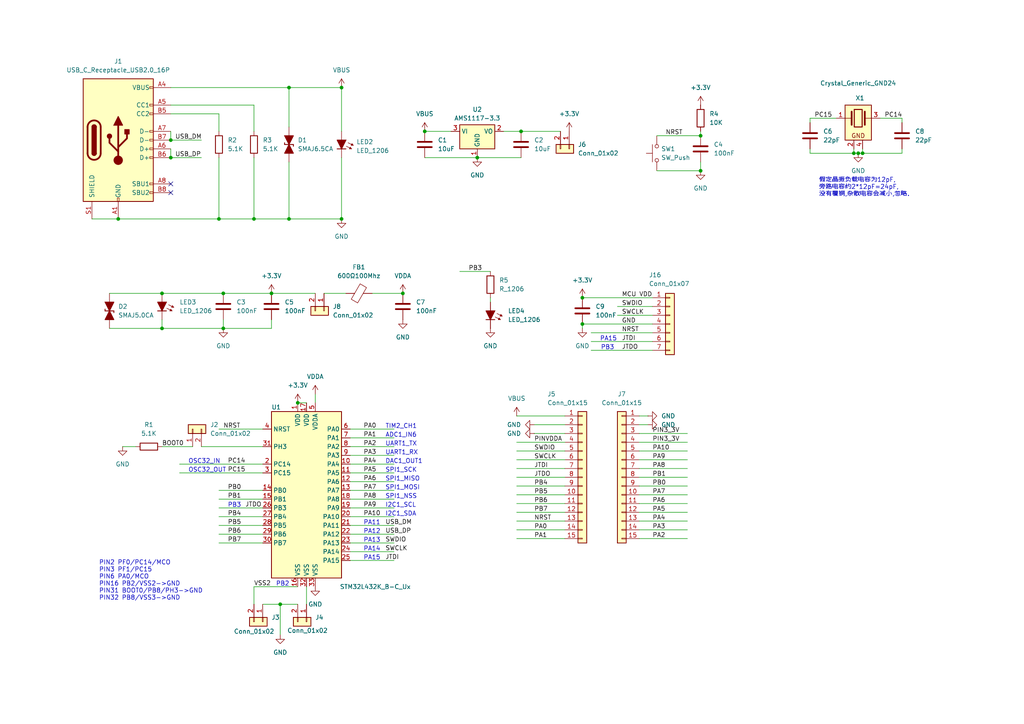
<source format=kicad_sch>
(kicad_sch (version 20250114) (generator "eeschema") (generator_version "9.0")
  (paper "A4")
  (lib_symbols
    (symbol "Connector:USB_C_Receptacle_USB2.0_16P" (pin_names (offset 1.016))
      (property "Reference" "J" (at 0 22.225 0))
      (property "Value" "USB_C_Receptacle_USB2.0_16P" (at 0 19.685 0))
      (symbol "USB_C_Receptacle_USB2.0_16P_1_1"
        (pin passive line (at -7.62 -22.86 90) (length 5.08) (name "SHIELD") (number "S1"))
        (pin passive line (at 0 -22.86 90) (length 5.08) (name "GND") (number "A1"))
        (pin passive line (at 0 -22.86 90) (length 5.08) (hide yes) (name "GND") (number "A12"))
        (pin passive line (at 0 -22.86 90) (length 5.08) (hide yes) (name "GND") (number "B1"))
        (pin passive line (at 0 -22.86 90) (length 5.08) (hide yes) (name "GND") (number "B12"))
        (pin passive line (at 15.24 15.24 180) (length 5.08) (name "VBUS") (number "A4"))
        (pin passive line (at 15.24 15.24 180) (length 5.08) (hide yes) (name "VBUS") (number "A9"))
        (pin passive line (at 15.24 15.24 180) (length 5.08) (hide yes) (name "VBUS") (number "B4"))
        (pin passive line (at 15.24 15.24 180) (length 5.08) (hide yes) (name "VBUS") (number "B9"))
        (pin bidirectional line (at 15.24 10.16 180) (length 5.08) (name "CC1") (number "A5"))
        (pin bidirectional line (at 15.24 7.62 180) (length 5.08) (name "CC2") (number "B5"))
        (pin bidirectional line (at 15.24 2.54 180) (length 5.08) (name "D-") (number "A7"))
        (pin bidirectional line (at 15.24 0 180) (length 5.08) (name "D-") (number "B7"))
        (pin bidirectional line (at 15.24 -2.54 180) (length 5.08) (name "D+") (number "A6"))
        (pin bidirectional line (at 15.24 -5.08 180) (length 5.08) (name "D+") (number "B6"))
        (pin bidirectional line (at 15.24 -12.7 180) (length 5.08) (name "SBU1") (number "A8"))
        (pin bidirectional line (at 15.24 -15.24 180) (length 5.08) (name "SBU2") (number "B8"))
      )
    )
    (symbol "Connector_Generic:Conn_01x02" (pin_names (offset 1.016) (hide yes))
      (property "Reference" "J" (at 0 2.54 0))
      (property "Value" "Conn_01x02" (at 0 -5.08 0))
      (symbol "Conn_01x02_1_1"
        (pin passive line (at -5.08 0 0) (length 3.81) (name "Pin_1") (number "1"))
        (pin passive line (at -5.08 -2.54 0) (length 3.81) (name "Pin_2") (number "2"))
      )
    )
    (symbol "Connector_Generic:Conn_01x07" (pin_names (offset 1.016) (hide yes))
      (property "Reference" "J" (at 0 10.16 0))
      (property "Value" "Conn_01x07" (at 0 -10.16 0))
      (symbol "Conn_01x07_1_1"
        (pin passive line (at -5.08 7.62 0) (length 3.81) (name "Pin_1") (number "1"))
        (pin passive line (at -5.08 5.08 0) (length 3.81) (name "Pin_2") (number "2"))
        (pin passive line (at -5.08 2.54 0) (length 3.81) (name "Pin_3") (number "3"))
        (pin passive line (at -5.08 0 0) (length 3.81) (name "Pin_4") (number "4"))
        (pin passive line (at -5.08 -2.54 0) (length 3.81) (name "Pin_5") (number "5"))
        (pin passive line (at -5.08 -5.08 0) (length 3.81) (name "Pin_6") (number "6"))
        (pin passive line (at -5.08 -7.62 0) (length 3.81) (name "Pin_7") (number "7"))
      )
    )
    (symbol "Connector_Generic:Conn_01x15" (pin_names (offset 1.016) (hide yes))
      (property "Reference" "J" (at 0 20.32 0))
      (property "Value" "Conn_01x15" (at 0 -20.32 0))
      (symbol "Conn_01x15_1_1"
        (pin passive line (at -5.08 17.78 0) (length 3.81) (name "Pin_1") (number "1"))
        (pin passive line (at -5.08 15.24 0) (length 3.81) (name "Pin_2") (number "2"))
        (pin passive line (at -5.08 12.7 0) (length 3.81) (name "Pin_3") (number "3"))
        (pin passive line (at -5.08 10.16 0) (length 3.81) (name "Pin_4") (number "4"))
        (pin passive line (at -5.08 7.62 0) (length 3.81) (name "Pin_5") (number "5"))
        (pin passive line (at -5.08 5.08 0) (length 3.81) (name "Pin_6") (number "6"))
        (pin passive line (at -5.08 2.54 0) (length 3.81) (name "Pin_7") (number "7"))
        (pin passive line (at -5.08 0 0) (length 3.81) (name "Pin_8") (number "8"))
        (pin passive line (at -5.08 -2.54 0) (length 3.81) (name "Pin_9") (number "9"))
        (pin passive line (at -5.08 -5.08 0) (length 3.81) (name "Pin_10") (number "10"))
        (pin passive line (at -5.08 -7.62 0) (length 3.81) (name "Pin_11") (number "11"))
        (pin passive line (at -5.08 -10.16 0) (length 3.81) (name "Pin_12") (number "12"))
        (pin passive line (at -5.08 -12.7 0) (length 3.81) (name "Pin_13") (number "13"))
        (pin passive line (at -5.08 -15.24 0) (length 3.81) (name "Pin_14") (number "14"))
        (pin passive line (at -5.08 -17.78 0) (length 3.81) (name "Pin_15") (number "15"))
      )
    )
    (symbol "Device:FerriteBead" (pin_numbers (hide yes)) (pin_names (offset 0))
      (property "Reference" "FB" (at -3.81 0.635 90))
      (property "Value" "FerriteBead" (at 3.81 0 90))
      (symbol "FerriteBead_1_1"
        (pin passive line (at 0 3.81 270) (length 2.54) (name "~") (number "1"))
        (pin passive line (at 0 -3.81 90) (length 2.54) (name "~") (number "2"))
      )
    )
    (symbol "MCU_ST_STM32L4:STM32L432K_B-C_Ux"
      (property "Reference" "U1" (at -10.16 26.67 0))
      (property "Value" "STM32L432K_B-C_Ux" (at 9.652 -25.4 0))
      (symbol "STM32L432K_B-C_Ux_1_1"
        (pin input line (at -12.7 20.32 0) (length 2.54) (name "NRST") (number "4"))
        (pin bidirectional line (at -12.7 15.24 0) (length 2.54) (name "PH3") (number "31"))
        (pin bidirectional line (at -12.7 10.16 0) (length 2.54) (name "PC14") (number "2"))
        (pin bidirectional line (at -12.7 7.62 0) (length 2.54) (name "PC15") (number "3"))
        (pin bidirectional line (at -12.7 2.54 0) (length 2.54) (name "PB0") (number "14"))
        (pin bidirectional line (at -12.7 0 0) (length 2.54) (name "PB1") (number "15"))
        (pin bidirectional line (at -12.7 -2.54 0) (length 2.54) (name "PB3") (number "26"))
        (pin bidirectional line (at -12.7 -5.08 0) (length 2.54) (name "PB4") (number "27"))
        (pin bidirectional line (at -12.7 -7.62 0) (length 2.54) (name "PB5") (number "28"))
        (pin bidirectional line (at -12.7 -10.16 0) (length 2.54) (name "PB6") (number "29"))
        (pin bidirectional line (at -12.7 -12.7 0) (length 2.54) (name "PB7") (number "30"))
        (pin power_in line (at -2.54 27.94 270) (length 2.54) (name "VDD") (number "1"))
        (pin power_in line (at -2.54 -25.4 90) (length 2.54) (name "VSS") (number "16"))
        (pin power_in line (at 0 27.94 270) (length 2.54) (name "VDD") (number "17"))
        (pin passive line (at 0 -25.4 90) (length 2.54) (name "VSS") (number "32"))
        (pin power_in line (at 2.54 27.94 270) (length 2.54) (name "VDDA") (number "5"))
        (pin passive line (at 2.54 -25.4 90) (length 2.54) (name "VSS") (number "33"))
        (pin bidirectional line (at 12.7 20.32 180) (length 2.54) (name "PA0") (number "6"))
        (pin bidirectional line (at 12.7 17.78 180) (length 2.54) (name "PA1") (number "7"))
        (pin bidirectional line (at 12.7 15.24 180) (length 2.54) (name "PA2") (number "8"))
        (pin bidirectional line (at 12.7 12.7 180) (length 2.54) (name "PA3") (number "9"))
        (pin bidirectional line (at 12.7 10.16 180) (length 2.54) (name "PA4") (number "10"))
        (pin bidirectional line (at 12.7 7.62 180) (length 2.54) (name "PA5") (number "11"))
        (pin bidirectional line (at 12.7 5.08 180) (length 2.54) (name "PA6") (number "12"))
        (pin bidirectional line (at 12.7 2.54 180) (length 2.54) (name "PA7") (number "13"))
        (pin bidirectional line (at 12.7 0 180) (length 2.54) (name "PA8") (number "18"))
        (pin bidirectional line (at 12.7 -2.54 180) (length 2.54) (name "PA9") (number "19"))
        (pin bidirectional line (at 12.7 -5.08 180) (length 2.54) (name "PA10") (number "20"))
        (pin bidirectional line (at 12.7 -7.62 180) (length 2.54) (name "PA11") (number "21"))
        (pin bidirectional line (at 12.7 -10.16 180) (length 2.54) (name "PA12") (number "22"))
        (pin bidirectional line (at 12.7 -12.7 180) (length 2.54) (name "PA13") (number "23"))
        (pin bidirectional line (at 12.7 -15.24 180) (length 2.54) (name "PA14") (number "24"))
        (pin bidirectional line (at 12.7 -17.78 180) (length 2.54) (name "PA15") (number "25"))
      )
    )
    (symbol "PCM_Capacitor_AKL:C_0603" (pin_numbers (hide yes)) (pin_names (offset 0.254))
      (property "Reference" "C" (at 0.635 2.54 0))
      (property "Value" "C_0603" (at 0.635 -2.54 0))
      (symbol "C_0603_1_1"
        (pin passive line (at 0 3.81 270) (length 2.794) (name "~") (number "1"))
        (pin passive line (at 0 -3.81 90) (length 2.794) (name "~") (number "2"))
      )
      (symbol "C_0603_1_2"
        (pin passive line (at -2.54 -2.54 90) (length 0) (name "~") (number "2"))
        (pin passive line (at 2.54 2.54 270) (length 0) (name "~") (number "1"))
      )
    )
    (symbol "PCM_Capacitor_AKL:C_1206" (pin_numbers (hide yes)) (pin_names (offset 0.254))
      (property "Reference" "C" (at 0.635 2.54 0))
      (property "Value" "C_1206" (at 0.635 -2.54 0))
      (symbol "C_1206_1_1"
        (pin passive line (at 0 3.81 270) (length 2.794) (name "~") (number "1"))
        (pin passive line (at 0 -3.81 90) (length 2.794) (name "~") (number "2"))
      )
      (symbol "C_1206_1_2"
        (pin passive line (at -2.54 -2.54 90) (length 0) (name "~") (number "2"))
        (pin passive line (at 2.54 2.54 270) (length 0) (name "~") (number "1"))
      )
    )
    (symbol "PCM_Crystal_AKL:Crystal_Generic_GND24" (pin_names (offset 1.016) (hide yes))
      (property "Reference" "X" (at 0 8.89 0))
      (property "Value" "Crystal_Generic" (at 0 6.35 0))
      (symbol "Crystal_Generic_GND24_0_1"
        (text "GND" (at 0 -5.08 0) (effects (font (size 1.27 1.27))))
      )
      (symbol "Crystal_Generic_GND24_1_1"
        (pin passive line (at -6.35 0 0) (length 2.54) (name "1") (number "1"))
        (pin passive line (at -1.27 -8.89 90) (length 2.54) (name "2") (number "2"))
        (pin passive line (at 1.27 -8.89 90) (length 2.54) (name "4") (number "4"))
        (pin passive line (at 6.35 0 180) (length 2.54) (name "3") (number "3"))
      )
    )
    (symbol "PCM_Diode_TVS_AKL:SMAJ5.0CA" (pin_numbers (hide yes)) (pin_names (offset 1.016) (hide yes))
      (property "Reference" "D" (at 0 5.08 0))
      (property "Value" "SMAJ5.0CA" (at 0 2.54 0))
      (symbol "SMAJ5.0CA_1_1"
        (pin passive line (at -5.08 0 0) (length 2.54) (name "K") (number "1"))
        (pin passive line (at 5.08 0 180) (length 2.54) (name "A") (number "2"))
      )
      (symbol "SMAJ5.0CA_1_2"
        (pin passive line (at -3.81 -3.81 0) (length 0) (name "A") (number "2"))
        (pin passive line (at 3.81 3.81 180) (length 0) (name "K") (number "1"))
      )
    )
    (symbol "PCM_Diode_TVS_AKL:SMAJ6.5CA" (pin_numbers (hide yes)) (pin_names (offset 1.016) (hide yes))
      (property "Reference" "D" (at 0 5.08 0))
      (property "Value" "SMAJ6.5CA" (at 0 2.54 0))
      (symbol "SMAJ6.5CA_1_1"
        (pin passive line (at -5.08 0 0) (length 2.54) (name "K") (number "1"))
        (pin passive line (at 5.08 0 180) (length 2.54) (name "A") (number "2"))
      )
      (symbol "SMAJ6.5CA_1_2"
        (pin passive line (at -3.81 -3.81 0) (length 0) (name "A") (number "2"))
        (pin passive line (at 3.81 3.81 180) (length 0) (name "K") (number "1"))
      )
    )
    (symbol "PCM_LED_AKL:LED_1206" (pin_numbers (hide yes)) (pin_names (offset 1.016) (hide yes))
      (property "Reference" "LED" (at 0 7.62 0))
      (property "Value" "LED_1206" (at 0 5.08 0))
      (symbol "LED_1206_1_1"
        (pin passive line (at -3.81 0 0) (length 2.54) (name "A") (number "2"))
        (pin passive line (at 3.81 0 180) (length 2.54) (name "K") (number "1"))
      )
      (symbol "LED_1206_1_2"
        (pin passive line (at -2.54 -2.54 0) (length 0) (name "A") (number "2"))
        (pin passive line (at 2.54 2.54 180) (length 0) (name "K") (number "1"))
      )
    )
    (symbol "PCM_Resistor_AKL:R_1206" (pin_numbers (hide yes)) (pin_names (offset 0))
      (property "Reference" "R" (at 2.54 1.27 0))
      (property "Value" "R_1206" (at 2.54 -1.27 0))
      (symbol "R_1206_1_1"
        (pin passive line (at 0 3.81 270) (length 1.27) (name "~") (number "1"))
        (pin passive line (at 0 -3.81 90) (length 1.27) (name "~") (number "2"))
      )
      (symbol "R_1206_1_2"
        (pin passive line (at -2.54 -2.54 0) (length 0) (name "") (number "2"))
        (pin passive line (at 2.54 2.54 180) (length 0) (name "") (number "1"))
      )
    )
    (symbol "Regulator_Linear:AMS1117-3.3"
      (property "Reference" "U" (at -3.81 3.175 0))
      (property "Value" "AMS1117-3.3" (at 0 3.175 0))
      (symbol "AMS1117-3.3_1_1"
        (pin power_in line (at -7.62 0 0) (length 2.54) (name "VI") (number "3"))
        (pin power_in line (at 0 -7.62 90) (length 2.54) (name "GND") (number "1"))
        (pin power_out line (at 7.62 0 180) (length 2.54) (name "VO") (number "2"))
      )
    )
    (symbol "Switch:SW_Push" (pin_numbers (hide yes)) (pin_names (offset 1.016) (hide yes))
      (property "Reference" "SW" (at 1.27 2.54 0))
      (property "Value" "SW_Push" (at 0 -1.524 0))
      (symbol "SW_Push_0_1"
        (pin passive line (at -5.08 0 0) (length 2.54) (name "1") (number "1"))
        (pin passive line (at 5.08 0 180) (length 2.54) (name "2") (number "2"))
      )
    )
    (symbol "power:+3.3V" (power) (pin_numbers (hide yes)) (pin_names (offset 0) (hide yes))
      (property "Value" "+3.3V" (at 0 3.556 0))
      (symbol "+3.3V_1_1"
        (pin power_in line (at 0 0 90) (length 0) (name "~") (number "1"))
      )
    )
    (symbol "power:GND" (power) (pin_numbers (hide yes)) (pin_names (offset 0) (hide yes))
      (property "Value" "GND" (at 0 -3.81 0))
      (symbol "GND_1_1"
        (pin power_in line (at 0 0 270) (length 0) (name "~") (number "1"))
      )
    )
    (symbol "power:VBUS" (power) (pin_numbers (hide yes)) (pin_names (offset 0) (hide yes))
      (property "Value" "VBUS" (at 0 3.556 0))
      (symbol "VBUS_1_1"
        (pin power_in line (at 0 0 90) (length 0) (name "~") (number "1"))
      )
    )
    (symbol "power:VDDA" (power) (pin_numbers (hide yes)) (pin_names (offset 0) (hide yes))
      (property "Value" "VDDA" (at 0 3.556 0))
      (symbol "VDDA_1_1"
        (pin power_in line (at 0 0 90) (length 0) (name "~") (number "1"))
      )
    )
  )
  (text "DAC1_OUT1" (at 111.76 134.62 0) (effects (font (size 1.27 1.27)) (justify left bottom)))
  (text "SPI1_NSS" (at 111.76 144.78 0) (effects (font (size 1.27 1.27)) (justify left bottom)))
  (text "OSC32_OUT" (at 54.61 137.16 0) (effects (font (size 1.27 1.27)) (justify left bottom)))
  (text "SPI1_MISO" (at 111.76 139.7 0) (effects (font (size 1.27 1.27)) (justify left bottom)))
  (text "PA14" (at 105.41 160.02 0) (effects (font (size 1.27 1.27)) (justify left bottom)))
  (text "TIM2_CH1" (at 111.76 124.46 0) (effects (font (size 1.27 1.27)) (justify left bottom)))
  (text "PA11" (at 105.41 152.4 0) (effects (font (size 1.27 1.27)) (justify left bottom)))
  (text "PA15" (at 105.41 162.56 0) (effects (font (size 1.27 1.27)) (justify left bottom)))
  (text "I2C1_SCL" (at 111.76 147.32 0) (effects (font (size 1.27 1.27)) (justify left bottom)))
  (text "PA12" (at 105.41 154.94 0) (effects (font (size 1.27 1.27)) (justify left bottom)))
  (text "UART1_RX" (at 111.76 132.08 0) (effects (font (size 1.27 1.27)) (justify left bottom)))
  (text "PB2" (at 80.01 170.18 0) (effects (font (size 1.27 1.27)) (justify left bottom)))
  (text "ADC1_IN6" (at 111.76 127 0) (effects (font (size 1.27 1.27)) (justify left bottom)))
  (text "SPI1_SCK" (at 111.76 137.16 0) (effects (font (size 1.27 1.27)) (justify left bottom)))
  (text "假定晶振负载电容为12pF,\n旁路电容约2*12pF=24pF,\n没有覆铜,杂散电容会减小,忽略." (at 237.49 57.15 0) (effects (font (size 1.27 1.27)) (justify left bottom)))
  (text "PA13" (at 105.41 157.48 0) (effects (font (size 1.27 1.27)) (justify left bottom)))
  (text "PIN2 PF0/PC14/MCO\nPIN3 PF1/PC15\nPIN6 PA0/MCO\nPIN16 PB2/VSS2->GND\nPIN31 BOOT0/PB8/PH3->GND\nPIN32 PB8/VSS3->GND" (at 28.702 174.244 0) (effects (font (size 1.27 1.27)) (justify left bottom)))
  (text "PB3" (at 66.04 147.32 0) (effects (font (size 1.27 1.27)) (justify left bottom)))
  (text "PB3" (at 174.244 101.6 0) (effects (font (size 1.27 1.27)) (justify left bottom)))
  (text "I2C1_SDA" (at 111.76 149.86 0) (effects (font (size 1.27 1.27)) (justify left bottom)))
  (text "OSC32_IN" (at 54.61 134.62 0) (effects (font (size 1.27 1.27)) (justify left bottom)))
  (text "UART1_TX" (at 111.76 129.54 0) (effects (font (size 1.27 1.27)) (justify left bottom)))
  (text "SPI1_MOSI" (at 111.76 142.24 0) (effects (font (size 1.27 1.27)) (justify left bottom)))
  (text "PA15" (at 173.99 99.06 0) (effects (font (size 1.27 1.27)) (justify left bottom)))
  (junction (at 83.82 25.4))
  (junction (at 63.5 63.5))
  (junction (at 151.13 38.1))
  (junction (at 203.2 39.37))
  (junction (at 99.06 25.4))
  (junction (at 250.19 44.45))
  (junction (at 64.77 95.25))
  (junction (at 49.53 40.64))
  (junction (at 73.66 63.5))
  (junction (at 46.99 95.25))
  (junction (at 34.29 63.5))
  (junction (at 86.36 116.84))
  (junction (at 248.92 44.45))
  (junction (at 168.91 86.36))
  (junction (at 123.19 38.1))
  (junction (at 46.99 85.09))
  (junction (at 203.2 49.53))
  (junction (at 247.65 44.45))
  (junction (at 78.74 85.09))
  (junction (at 116.84 85.09))
  (junction (at 83.82 63.5))
  (junction (at 49.53 45.72))
  (junction (at 64.77 85.09))
  (junction (at 138.43 45.72))
  (junction (at 81.28 175.26))
  (junction (at 168.91 93.98))
  (junction (at 99.06 63.5))
  (no_connect (at 49.53 55.88))
  (no_connect (at 49.53 53.34))
  (wire (pts (xy 49.53 45.72) (xy 58.42 45.72)))
  (wire (pts (xy 73.66 63.5) (xy 63.5 63.5)))
  (wire (pts (xy 146.05 38.1) (xy 151.13 38.1)))
  (wire (pts (xy 149.86 153.67) (xy 163.83 153.67)))
  (wire (pts (xy 185.42 148.59) (xy 199.39 148.59)))
  (wire (pts (xy 73.66 30.48) (xy 73.66 38.1)))
  (wire (pts (xy 179.07 88.9) (xy 189.23 88.9)))
  (wire (pts (xy 203.2 38.1) (xy 203.2 39.37)))
  (wire (pts (xy 63.5 154.94) (xy 76.2 154.94)))
  (wire (pts (xy 190.5 49.53) (xy 203.2 49.53)))
  (wire (pts (xy 250.19 43.18) (xy 250.19 44.45)))
  (wire (pts (xy 31.75 95.25) (xy 46.99 95.25)))
  (wire (pts (xy 101.6 129.54) (xy 114.3 129.54)))
  (wire (pts (xy 26.67 63.5) (xy 34.29 63.5)))
  (wire (pts (xy 63.5 144.78) (xy 76.2 144.78)))
  (wire (pts (xy 185.42 156.21) (xy 199.39 156.21)))
  (wire (pts (xy 123.19 45.72) (xy 138.43 45.72)))
  (wire (pts (xy 101.6 162.56) (xy 114.3 162.56)))
  (wire (pts (xy 234.95 44.45) (xy 247.65 44.45)))
  (wire (pts (xy 91.44 114.3) (xy 91.44 116.84)))
  (wire (pts (xy 46.99 129.54) (xy 55.88 129.54)))
  (wire (pts (xy 101.6 144.78) (xy 114.3 144.78)))
  (wire (pts (xy 101.6 127) (xy 114.3 127)))
  (wire (pts (xy 149.86 128.27) (xy 163.83 128.27)))
  (wire (pts (xy 81.28 175.26) (xy 86.36 175.26)))
  (wire (pts (xy 73.66 170.18) (xy 86.36 170.18)))
  (wire (pts (xy 93.98 85.09) (xy 100.33 85.09)))
  (wire (pts (xy 185.42 138.43) (xy 199.39 138.43)))
  (wire (pts (xy 101.6 124.46) (xy 114.3 124.46)))
  (wire (pts (xy 185.42 146.05) (xy 199.39 146.05)))
  (wire (pts (xy 185.42 153.67) (xy 199.39 153.67)))
  (wire (pts (xy 101.6 132.08) (xy 114.3 132.08)))
  (wire (pts (xy 49.53 33.02) (xy 63.5 33.02)))
  (wire (pts (xy 185.42 130.81) (xy 199.39 130.81)))
  (wire (pts (xy 52.07 137.16) (xy 76.2 137.16)))
  (wire (pts (xy 242.57 34.29) (xy 234.95 34.29)))
  (wire (pts (xy 185.42 133.35) (xy 199.39 133.35)))
  (wire (pts (xy 149.86 133.35) (xy 163.83 133.35)))
  (wire (pts (xy 83.82 46.99) (xy 83.82 63.5)))
  (wire (pts (xy 261.62 44.45) (xy 261.62 43.18)))
  (wire (pts (xy 168.91 93.98) (xy 168.91 95.25)))
  (wire (pts (xy 133.35 78.74) (xy 142.24 78.74)))
  (wire (pts (xy 149.86 156.21) (xy 163.83 156.21)))
  (wire (pts (xy 88.9 170.18) (xy 88.9 175.26)))
  (wire (pts (xy 101.6 152.4) (xy 114.3 152.4)))
  (wire (pts (xy 149.86 130.81) (xy 163.83 130.81)))
  (wire (pts (xy 149.86 120.65) (xy 163.83 120.65)))
  (wire (pts (xy 247.65 44.45) (xy 248.92 44.45)))
  (wire (pts (xy 234.95 34.29) (xy 234.95 35.56)))
  (wire (pts (xy 101.6 157.48) (xy 114.3 157.48)))
  (wire (pts (xy 185.42 135.89) (xy 199.39 135.89)))
  (wire (pts (xy 78.74 85.09) (xy 91.44 85.09)))
  (wire (pts (xy 203.2 46.99) (xy 203.2 49.53)))
  (wire (pts (xy 99.06 45.72) (xy 99.06 63.5)))
  (wire (pts (xy 101.6 139.7) (xy 114.3 139.7)))
  (wire (pts (xy 46.99 95.25) (xy 64.77 95.25)))
  (wire (pts (xy 83.82 25.4) (xy 83.82 36.83)))
  (wire (pts (xy 247.65 43.18) (xy 247.65 44.45)))
  (wire (pts (xy 154.94 123.19) (xy 163.83 123.19)))
  (wire (pts (xy 73.66 175.26) (xy 73.66 170.18)))
  (wire (pts (xy 101.6 147.32) (xy 114.3 147.32)))
  (wire (pts (xy 99.06 25.4) (xy 99.06 38.1)))
  (wire (pts (xy 49.53 25.4) (xy 83.82 25.4)))
  (wire (pts (xy 171.45 101.6) (xy 189.23 101.6)))
  (wire (pts (xy 63.5 147.32) (xy 76.2 147.32)))
  (wire (pts (xy 187.96 120.65) (xy 185.42 120.65)))
  (wire (pts (xy 63.5 142.24) (xy 76.2 142.24)))
  (wire (pts (xy 261.62 34.29) (xy 261.62 35.56)))
  (wire (pts (xy 46.99 85.09) (xy 64.77 85.09)))
  (wire (pts (xy 250.19 44.45) (xy 261.62 44.45)))
  (wire (pts (xy 78.74 95.25) (xy 78.74 92.71)))
  (wire (pts (xy 149.86 135.89) (xy 163.83 135.89)))
  (wire (pts (xy 49.53 38.1) (xy 49.53 40.64)))
  (wire (pts (xy 64.77 85.09) (xy 78.74 85.09)))
  (wire (pts (xy 76.2 175.26) (xy 81.28 175.26)))
  (wire (pts (xy 31.75 85.09) (xy 46.99 85.09)))
  (wire (pts (xy 101.6 149.86) (xy 114.3 149.86)))
  (wire (pts (xy 168.91 86.36) (xy 189.23 86.36)))
  (wire (pts (xy 138.43 45.72) (xy 151.13 45.72)))
  (wire (pts (xy 185.42 123.19) (xy 187.96 123.19)))
  (wire (pts (xy 64.77 95.25) (xy 64.77 92.71)))
  (wire (pts (xy 101.6 160.02) (xy 114.3 160.02)))
  (wire (pts (xy 185.42 140.97) (xy 199.39 140.97)))
  (wire (pts (xy 179.07 91.44) (xy 189.23 91.44)))
  (wire (pts (xy 190.5 39.37) (xy 203.2 39.37)))
  (wire (pts (xy 83.82 25.4) (xy 99.06 25.4)))
  (wire (pts (xy 73.66 45.72) (xy 73.66 63.5)))
  (wire (pts (xy 234.95 44.45) (xy 234.95 43.18)))
  (wire (pts (xy 185.42 143.51) (xy 199.39 143.51)))
  (wire (pts (xy 49.53 43.18) (xy 49.53 45.72)))
  (wire (pts (xy 101.6 142.24) (xy 114.3 142.24)))
  (wire (pts (xy 35.56 129.54) (xy 39.37 129.54)))
  (wire (pts (xy 171.45 96.52) (xy 189.23 96.52)))
  (wire (pts (xy 46.99 95.25) (xy 46.99 92.71)))
  (wire (pts (xy 185.42 128.27) (xy 199.39 128.27)))
  (wire (pts (xy 255.27 34.29) (xy 261.62 34.29)))
  (wire (pts (xy 149.86 151.13) (xy 163.83 151.13)))
  (wire (pts (xy 63.5 152.4) (xy 76.2 152.4)))
  (wire (pts (xy 149.86 140.97) (xy 163.83 140.97)))
  (wire (pts (xy 154.94 125.73) (xy 163.83 125.73)))
  (wire (pts (xy 171.45 99.06) (xy 189.23 99.06)))
  (wire (pts (xy 149.86 146.05) (xy 163.83 146.05)))
  (wire (pts (xy 49.53 30.48) (xy 73.66 30.48)))
  (wire (pts (xy 63.5 124.46) (xy 76.2 124.46)))
  (wire (pts (xy 149.86 143.51) (xy 163.83 143.51)))
  (wire (pts (xy 185.42 151.13) (xy 199.39 151.13)))
  (wire (pts (xy 63.5 157.48) (xy 76.2 157.48)))
  (wire (pts (xy 99.06 63.5) (xy 83.82 63.5)))
  (wire (pts (xy 58.42 129.54) (xy 76.2 129.54)))
  (wire (pts (xy 52.07 134.62) (xy 76.2 134.62)))
  (wire (pts (xy 151.13 38.1) (xy 162.56 38.1)))
  (wire (pts (xy 63.5 63.5) (xy 34.29 63.5)))
  (wire (pts (xy 142.24 86.36) (xy 142.24 87.63)))
  (wire (pts (xy 101.6 134.62) (xy 114.3 134.62)))
  (wire (pts (xy 107.95 85.09) (xy 116.84 85.09)))
  (wire (pts (xy 64.77 95.25) (xy 78.74 95.25)))
  (wire (pts (xy 101.6 137.16) (xy 114.3 137.16)))
  (wire (pts (xy 168.91 93.98) (xy 189.23 93.98)))
  (wire (pts (xy 86.36 116.84) (xy 88.9 116.84)))
  (wire (pts (xy 248.92 44.45) (xy 250.19 44.45)))
  (wire (pts (xy 123.19 38.1) (xy 130.81 38.1)))
  (wire (pts (xy 63.5 149.86) (xy 76.2 149.86)))
  (wire (pts (xy 83.82 63.5) (xy 73.66 63.5)))
  (wire (pts (xy 149.86 138.43) (xy 163.83 138.43)))
  (wire (pts (xy 63.5 33.02) (xy 63.5 38.1)))
  (wire (pts (xy 63.5 45.72) (xy 63.5 63.5)))
  (wire (pts (xy 149.86 148.59) (xy 163.83 148.59)))
  (wire (pts (xy 101.6 154.94) (xy 114.3 154.94)))
  (wire (pts (xy 81.28 184.15) (xy 81.28 175.26)))
  (wire (pts (xy 185.42 125.73) (xy 199.39 125.73)))
  (wire (pts (xy 49.53 40.64) (xy 58.42 40.64)))
  (label "PA7" (at 189.23 143.51 0))
  (label "JTDI" (at 154.94 135.89 0))
  (label "JTDO" (at 154.94 138.43 0))
  (label "PB6" (at 66.04 154.94 0))
  (label "PC14" (at 256.54 34.29 0))
  (label "PC15" (at 66.04 137.16 0))
  (label "SWCLK" (at 154.94 133.35 0))
  (label "PA5" (at 189.23 148.59 0))
  (label "JTDO" (at 71.12 147.32 0))
  (label "PA6" (at 189.23 146.05 0))
  (label "JTDI" (at 111.76 162.56 0))
  (label "PB4" (at 154.94 140.97 0))
  (label "PA2" (at 105.41 129.54 0))
  (label "SWDIO" (at 111.76 157.48 0))
  (label "USB_DP" (at 50.8 45.72 0))
  (label "PA10" (at 105.41 149.86 0))
  (label "USB_DP" (at 111.76 154.94 0))
  (label "SWCLK" (at 111.76 160.02 0))
  (label "GND" (at 180.34 93.98 0))
  (label "JTDO" (at 180.34 101.6 0))
  (label "PA8" (at 105.41 144.78 0))
  (label "PA7" (at 105.41 142.24 0))
  (label "PB1" (at 189.23 138.43 0))
  (label "MCU VDD" (at 180.34 86.36 0))
  (label "PB6" (at 154.94 146.05 0))
  (label "PIN3_3V" (at 189.23 125.73 0))
  (label "PINVDDA" (at 154.94 128.27 0))
  (label "PA1" (at 105.41 127 0))
  (label "PB1" (at 66.04 144.78 0))
  (label "PA1" (at 154.94 156.21 0))
  (label "PB5" (at 66.04 152.4 0))
  (label "VSS2" (at 73.66 170.18 0))
  (label "PA4" (at 189.23 151.13 0))
  (label "PA4" (at 105.41 134.62 0))
  (label "PA9" (at 105.41 147.32 0))
  (label "NRST" (at 154.94 151.13 0))
  (label "PA0" (at 105.41 124.46 0))
  (label "PA10" (at 189.23 130.81 0))
  (label "PA9" (at 189.23 133.35 0))
  (label "JTDI" (at 180.34 99.06 0))
  (label "PC14" (at 66.04 134.62 0))
  (label "PA6" (at 105.41 139.7 0))
  (label "NRST" (at 193.04 39.37 0))
  (label "SWCLK" (at 180.34 91.44 0))
  (label "PB3" (at 135.89 78.74 0))
  (label "NRST" (at 64.77 124.46 0))
  (label "PA3" (at 105.41 132.08 0))
  (label "PA0" (at 154.94 153.67 0))
  (label "PB7" (at 154.94 148.59 0))
  (label "USB_DM" (at 50.8 40.64 0))
  (label "PA5" (at 105.41 137.16 0))
  (label "SWDIO" (at 180.34 88.9 0))
  (label "PB4" (at 66.04 149.86 0))
  (label "PA2" (at 189.23 156.21 0))
  (label "PA3" (at 189.23 153.67 0))
  (label "NRST" (at 180.34 96.52 0))
  (label "PB7" (at 66.04 157.48 0))
  (label "PB5" (at 154.94 143.51 0))
  (label "PIN3_3V" (at 189.23 128.27 0))
  (label "USB_DM" (at 111.76 152.4 0))
  (label "PA8" (at 189.23 135.89 0))
  (label "PB0" (at 66.04 142.24 0))
  (label "PC15" (at 236.22 34.29 0))
  (label "BOOT0" (at 46.99 129.54 0))
  (label "SWDIO" (at 154.94 130.81 0))
  (label "PB0" (at 189.23 140.97 0))
  (symbol (lib_id "PCM_Diode_TVS_AKL:SMAJ6.5CA") (at 83.82 41.91 90) (unit 1)
    (property "Reference" "D1" (at 86.36 40.6399 90) (effects (justify right)))
    (property "Value" "SMAJ6.5CA" (at 86.36 43.1799 90) (effects (justify right)))
    (property "Footprint" "PCM_Diode_SMD_AKL:D_SMA_TVS" (effects (hide yes)))
    (property "Datasheet" "https://www.tme.eu/Document/dbc72d81c249fe51b6ab42300e8e06d0/SMAJ_ser.pdf" (effects (hide yes)))
    (property "Description" "SMA Bidirectional TVS Diode, 6.5V, 400W, Alternate KiCAD Library" (effects (hide yes)))
  )
  (symbol (lib_id "power:+3.3V") (at 78.74 85.09 0) (unit 1)
    (property "Reference" "#PWR015" (effects (hide yes)))
    (property "Value" "+3.3V" (at 78.74 80.01 0))
    (property "Description" "Power symbol creates a global label with name \"+3.3V\"" (effects (hide yes)))
  )
  (symbol (lib_id "Connector_Generic:Conn_01x02") (at 165.1 43.18 270) (unit 1)
    (property "Reference" "J6" (at 167.64 41.9099 90) (effects (justify left)))
    (property "Value" "Conn_01x02" (at 167.64 44.4499 90) (effects (justify left)))
    (property "Footprint" "Connector_PinHeader_2.54mm:PinHeader_1x02_P2.54mm_Vertical" (effects (hide yes)))
    (property "Description" "Generic connector, single row, 01x02, script generated (kicad-library-utils/schlib/autogen/connector/)" (effects (hide yes)))
  )
  (symbol (lib_id "PCM_Resistor_AKL:R_1206") (at 43.18 129.54 90) (unit 1)
    (property "Reference" "R1" (at 43.18 123.19 90))
    (property "Value" "5.1K" (at 43.18 125.73 90))
    (property "Footprint" "PCM_Resistor_SMD_AKL:R_1206_3216Metric" (effects (hide yes)))
    (property "Description" "SMD 1206 Chip Resistor, European Symbol, Alternate KiCad Library" (effects (hide yes)))
  )
  (symbol (lib_id "Device:FerriteBead") (at 104.14 85.09 90) (unit 1)
    (property "Reference" "FB1" (at 104.0892 77.47 90))
    (property "Value" "600Ω100Mhz" (at 104.0892 80.01 90))
    (property "Footprint" "PCM_Ferrite_SMD_AKL:Ferrite_1206_3216Metric" (effects (hide yes)))
    (property "Description" "Ferrite bead" (effects (hide yes)))
  )
  (symbol (lib_id "PCM_Capacitor_AKL:C_0603") (at 234.95 39.37 0) (unit 1)
    (property "Reference" "C6" (at 238.76 38.0999 0) (effects (justify left)))
    (property "Value" "22pF" (at 238.76 40.6399 0) (effects (justify left)))
    (property "Footprint" "PCM_Capacitor_SMD_AKL:C_0603_1608Metric" (effects (hide yes)))
    (property "Description" "SMD 0603 MLCC capacitor, Alternate KiCad Library" (effects (hide yes)))
  )
  (symbol (lib_id "power:GND") (at 142.24 95.25 0) (unit 1)
    (property "Reference" "#PWR021" (effects (hide yes)))
    (property "Value" "GND" (at 142.24 100.33 0))
    (property "Description" "Power symbol creates a global label with name \"GND\" , ground" (effects (hide yes)))
  )
  (symbol (lib_id "PCM_Diode_TVS_AKL:SMAJ5.0CA") (at 31.75 90.17 90) (unit 1)
    (property "Reference" "D2" (at 34.29 88.8999 90) (effects (justify right)))
    (property "Value" "SMAJ5.0CA" (at 34.29 91.4399 90) (effects (justify right)))
    (property "Footprint" "PCM_Diode_SMD_AKL:D_SMA_TVS" (effects (hide yes)))
    (property "Datasheet" "https://www.tme.eu/Document/dbc72d81c249fe51b6ab42300e8e06d0/SMAJ_ser.pdf" (effects (hide yes)))
    (property "Description" "SMA Bidirectional TVS Diode, 5V, 400W, Alternate KiCAD Library" (effects (hide yes)))
  )
  (symbol (lib_id "power:GND") (at 168.91 95.25 0) (unit 1)
    (property "Reference" "#PWR023" (effects (hide yes)))
    (property "Value" "GND" (at 168.91 100.33 0))
    (property "Description" "Power symbol creates a global label with name \"GND\" , ground" (effects (hide yes)))
  )
  (symbol (lib_id "Connector_Generic:Conn_01x02") (at 88.9 180.34 270) (unit 1)
    (property "Reference" "J4" (at 91.44 179.0699 90) (effects (justify left)))
    (property "Value" "Conn_01x02" (at 83.312 182.88 90) (effects (justify left)))
    (property "Footprint" "Connector_PinHeader_2.54mm:PinHeader_1x02_P2.54mm_Vertical" (effects (hide yes)))
    (property "Description" "Generic connector, single row, 01x02, script generated (kicad-library-utils/schlib/autogen/connector/)" (effects (hide yes)))
  )
  (symbol (lib_id "power:GND") (at 64.77 95.25 0) (unit 1)
    (property "Reference" "#PWR012" (effects (hide yes)))
    (property "Value" "GND" (at 64.77 100.33 0))
    (property "Description" "Power symbol creates a global label with name \"GND\" , ground" (effects (hide yes)))
  )
  (symbol (lib_id "Connector_Generic:Conn_01x15") (at 180.34 138.43 0) (mirror y) (unit 1)
    (property "Reference" "J7" (at 180.34 114.3 0))
    (property "Value" "Conn_01x15" (at 180.34 116.84 0))
    (property "Footprint" "Connector_PinHeader_2.54mm:PinHeader_1x15_P2.54mm_Vertical" (effects (hide yes)))
    (property "Description" "Generic connector, single row, 01x15, script generated (kicad-library-utils/schlib/autogen/connector/)" (effects (hide yes)))
  )
  (symbol (lib_id "power:GND") (at 35.56 129.54 0) (unit 1)
    (property "Reference" "#PWR01" (effects (hide yes)))
    (property "Value" "GND" (at 35.56 134.62 0))
    (property "Description" "Power symbol creates a global label with name \"GND\" , ground" (effects (hide yes)))
  )
  (symbol (lib_id "PCM_LED_AKL:LED_1206") (at 142.24 91.44 270) (unit 1)
    (property "Reference" "LED4" (at 147.32 90.1699 90) (effects (justify left)))
    (property "Value" "LED_1206" (at 147.32 92.7099 90) (effects (justify left)))
    (property "Footprint" "PCM_LED_SMD_AKL:LED_1206_3216Metric" (effects (hide yes)))
    (property "Description" "SMD LED, 1206, Alternate KiCad Library" (effects (hide yes)))
  )
  (symbol (lib_id "PCM_LED_AKL:LED_1206") (at 99.06 41.91 270) (unit 1)
    (property "Reference" "LED2" (at 103.378 41.148 90) (effects (justify left)))
    (property "Value" "LED_1206" (at 103.378 43.688 90) (effects (justify left)))
    (property "Footprint" "PCM_LED_SMD_AKL:LED_1206_3216Metric" (effects (hide yes)))
    (property "Description" "SMD LED, 1206, Alternate KiCad Library" (effects (hide yes)))
  )
  (symbol (lib_id "Connector_Generic:Conn_01x07") (at 194.31 93.98 0) (unit 1)
    (property "Reference" "J16" (at 188.214 79.756 0) (effects (justify left)))
    (property "Value" "Conn_01x07" (at 188.214 82.296 0) (effects (justify left)))
    (property "Footprint" "Connector_PinHeader_2.54mm:PinHeader_1x07_P2.54mm_Vertical" (effects (hide yes)))
    (property "Description" "Generic connector, single row, 01x07, script generated (kicad-library-utils/schlib/autogen/connector/)" (effects (hide yes)))
  )
  (symbol (lib_id "PCM_Capacitor_AKL:C_1206") (at 78.74 88.9 0) (unit 1)
    (property "Reference" "C5" (at 82.55 87.6299 0) (effects (justify left)))
    (property "Value" "100nF" (at 82.55 90.1699 0) (effects (justify left)))
    (property "Footprint" "PCM_Capacitor_SMD_AKL:C_1206_3216Metric" (effects (hide yes)))
    (property "Description" "SMD 1206 MLCC capacitor, Alternate KiCad Library" (effects (hide yes)))
  )
  (symbol (lib_id "Regulator_Linear:AMS1117-3.3") (at 138.43 38.1 0) (unit 1)
    (property "Reference" "U2" (at 138.43 31.75 0))
    (property "Value" "AMS1117-3.3" (at 138.43 34.29 0))
    (property "Footprint" "Package_TO_SOT_SMD:SOT-223-3_TabPin2" (effects (hide yes)))
    (property "Datasheet" "http://www.advanced-monolithic.com/pdf/ds1117.pdf" (effects (hide yes)))
    (property "Description" "1A Low Dropout regulator, positive, 3.3V fixed output, SOT-223" (effects (hide yes)))
  )
  (symbol (lib_id "PCM_Capacitor_AKL:C_1206") (at 151.13 41.91 0) (unit 1)
    (property "Reference" "C2" (at 154.94 40.6399 0) (effects (justify left)))
    (property "Value" "10uF" (at 154.94 43.1799 0) (effects (justify left)))
    (property "Footprint" "PCM_Capacitor_SMD_AKL:C_1206_3216Metric" (effects (hide yes)))
    (property "Description" "SMD 1206 MLCC capacitor, Alternate KiCad Library" (effects (hide yes)))
  )
  (symbol (lib_id "PCM_Capacitor_AKL:C_1206") (at 168.91 90.17 0) (unit 1)
    (property "Reference" "C9" (at 172.72 88.8999 0) (effects (justify left)))
    (property "Value" "100nF" (at 172.72 91.4399 0) (effects (justify left)))
    (property "Footprint" "PCM_Capacitor_SMD_AKL:C_1206_3216Metric" (effects (hide yes)))
    (property "Description" "SMD 1206 MLCC capacitor, Alternate KiCad Library" (effects (hide yes)))
  )
  (symbol (lib_id "power:GND") (at 138.43 45.72 0) (unit 1)
    (property "Reference" "#PWR010" (effects (hide yes)))
    (property "Value" "GND" (at 138.43 50.8 0))
    (property "Description" "Power symbol creates a global label with name \"GND\" , ground" (effects (hide yes)))
  )
  (symbol (lib_id "Connector:USB_C_Receptacle_USB2.0_16P") (at 34.29 40.64 0) (unit 1)
    (property "Reference" "J1" (at 34.29 17.78 0))
    (property "Value" "USB_C_Receptacle_USB2.0_16P" (at 34.29 20.32 0))
    (property "Footprint" "Connector_USB:USB_C_Receptacle_HCTL_HC-TYPE-C-16P-01A" (effects (hide yes)))
    (property "Datasheet" "https://www.usb.org/sites/default/files/documents/usb_type-c.zip" (effects (hide yes)))
    (property "Description" "USB 2.0-only 16P Type-C Receptacle connector" (effects (hide yes)))
  )
  (symbol (lib_id "power:GND") (at 203.2 49.53 0) (unit 1)
    (property "Reference" "#PWR014" (effects (hide yes)))
    (property "Value" "GND" (at 203.2 54.61 0))
    (property "Description" "Power symbol creates a global label with name \"GND\" , ground" (effects (hide yes)))
  )
  (symbol (lib_id "Connector_Generic:Conn_01x15") (at 168.91 138.43 0) (unit 1)
    (property "Reference" "J5" (at 158.75 114.3 0) (effects (justify left)))
    (property "Value" "Conn_01x15" (at 158.75 116.84 0) (effects (justify left)))
    (property "Footprint" "Connector_PinHeader_2.54mm:PinHeader_1x15_P2.54mm_Vertical" (effects (hide yes)))
    (property "Description" "Generic connector, single row, 01x15, script generated (kicad-library-utils/schlib/autogen/connector/)" (effects (hide yes)))
  )
  (symbol (lib_id "Connector_Generic:Conn_01x02") (at 93.98 90.17 270) (unit 1)
    (property "Reference" "J8" (at 96.52 88.8999 90) (effects (justify left)))
    (property "Value" "Conn_01x02" (at 96.52 91.4399 90) (effects (justify left)))
    (property "Footprint" "Connector_PinHeader_2.54mm:PinHeader_1x02_P2.54mm_Vertical" (effects (hide yes)))
    (property "Description" "Generic connector, single row, 01x02, script generated (kicad-library-utils/schlib/autogen/connector/)" (effects (hide yes)))
  )
  (symbol (lib_id "power:GND") (at 81.28 184.15 0) (unit 1)
    (property "Reference" "#PWR02" (effects (hide yes)))
    (property "Value" "GND" (at 81.28 189.23 0))
    (property "Description" "Power symbol creates a global label with name \"GND\" , ground" (effects (hide yes)))
  )
  (symbol (lib_id "PCM_Capacitor_AKL:C_1206") (at 64.77 88.9 0) (unit 1)
    (property "Reference" "C3" (at 68.58 87.6299 0) (effects (justify left)))
    (property "Value" "100nF" (at 68.58 90.1699 0) (effects (justify left)))
    (property "Footprint" "PCM_Capacitor_SMD_AKL:C_1206_3216Metric" (effects (hide yes)))
    (property "Description" "SMD 1206 MLCC capacitor, Alternate KiCad Library" (effects (hide yes)))
  )
  (symbol (lib_id "PCM_LED_AKL:LED_1206") (at 46.99 88.9 270) (unit 1)
    (property "Reference" "LED3" (at 52.07 87.6299 90) (effects (justify left)))
    (property "Value" "LED_1206" (at 52.07 90.1699 90) (effects (justify left)))
    (property "Footprint" "PCM_LED_SMD_AKL:LED_1206_3216Metric" (effects (hide yes)))
    (property "Description" "SMD LED, 1206, Alternate KiCad Library" (effects (hide yes)))
  )
  (symbol (lib_id "power:GND") (at 116.84 92.71 0) (unit 1)
    (property "Reference" "#PWR020" (effects (hide yes)))
    (property "Value" "GND" (at 116.84 97.79 0))
    (property "Description" "Power symbol creates a global label with name \"GND\" , ground" (effects (hide yes)))
  )
  (symbol (lib_id "MCU_ST_STM32L4:STM32L432K_B-C_Ux") (at 88.9 144.78 0) (unit 1)
    (property "Reference" "U1" (at 78.74 118.11 0) (effects (justify left)))
    (property "Value" "STM32L432K_B-C_Ux" (at 98.552 170.18 0) (effects (justify left)))
    (property "Footprint" "Library:LQFP-32_7x7mm_P0.8mm_QFN-32-1EP_5x5mm_P0.5mm_EP3.45x3.45mm" (effects (hide yes)))
    (property "Datasheet" "https://www.st.com/resource/en/datasheet/stm32l432kb.pdf" (effects (hide yes)))
    (property "Description" "STMicroelectronics Arm Cortex-M4 MCU, 128-256KB flash, 64KB RAM, 80 MHz, 1.71-3.6V, 26 GPIO, UFQFPN32" (effects (hide yes)))
  )
  (symbol (lib_id "power:GND") (at 154.94 123.19 270) (unit 1)
    (property "Reference" "#PWR016" (effects (hide yes)))
    (property "Value" "GND" (at 151.13 123.1899 90) (effects (justify right)))
    (property "Description" "Power symbol creates a global label with name \"GND\" , ground" (effects (hide yes)))
  )
  (symbol (lib_id "Connector_Generic:Conn_01x02") (at 55.88 124.46 90) (unit 1)
    (property "Reference" "J2" (at 60.96 123.1899 90) (effects (justify right)))
    (property "Value" "Conn_01x02" (at 60.96 125.7299 90) (effects (justify right)))
    (property "Footprint" "Connector_PinHeader_2.54mm:PinHeader_1x02_P2.54mm_Vertical" (effects (hide yes)))
    (property "Description" "Generic connector, single row, 01x02, script generated (kicad-library-utils/schlib/autogen/connector/)" (effects (hide yes)))
  )
  (symbol (lib_id "power:GND") (at 91.44 170.18 0) (unit 1)
    (property "Reference" "#PWR05" (effects (hide yes)))
    (property "Value" "GND" (at 91.44 175.26 0))
    (property "Description" "Power symbol creates a global label with name \"GND\" , ground" (effects (hide yes)))
  )
  (symbol (lib_id "PCM_Crystal_AKL:Crystal_Generic_GND24") (at 248.92 34.29 0) (unit 1)
    (property "Reference" "X1" (at 249.428 28.448 0))
    (property "Value" "Crystal_Generic_GND24" (at 248.92 24.13 0))
    (property "Footprint" "Crystal:Crystal_SMD_SeikoEpson_TSX3225-4Pin_3.2x2.5mm" (effects (hide yes)))
    (property "Description" "Quartz crystal, Shielded, Generic symbol, Alternate KiCad Library" (effects (hide yes)))
  )
  (symbol (lib_id "Connector_Generic:Conn_01x02") (at 76.2 180.34 270) (unit 1)
    (property "Reference" "J3" (at 78.74 179.0699 90) (effects (justify left)))
    (property "Value" "Conn_01x02" (at 67.818 183.134 90) (effects (justify left)))
    (property "Footprint" "Connector_PinHeader_2.54mm:PinHeader_1x02_P2.54mm_Vertical" (effects (hide yes)))
    (property "Description" "Generic connector, single row, 01x02, script generated (kicad-library-utils/schlib/autogen/connector/)" (effects (hide yes)))
  )
  (symbol (lib_id "power:+3.3V") (at 203.2 30.48 0) (unit 1)
    (property "Reference" "#PWR013" (effects (hide yes)))
    (property "Value" "+3.3V" (at 203.2 25.4 0))
    (property "Description" "Power symbol creates a global label with name \"+3.3V\"" (effects (hide yes)))
  )
  (symbol (lib_id "PCM_Capacitor_AKL:C_1206") (at 203.2 43.18 0) (unit 1)
    (property "Reference" "C4" (at 207.01 41.9099 0) (effects (justify left)))
    (property "Value" "100nF" (at 207.01 44.4499 0) (effects (justify left)))
    (property "Footprint" "PCM_Capacitor_SMD_AKL:C_1206_3216Metric" (effects (hide yes)))
    (property "Description" "SMD 1206 MLCC capacitor, Alternate KiCad Library" (effects (hide yes)))
  )
  (symbol (lib_id "PCM_Capacitor_AKL:C_0603") (at 261.62 39.37 0) (unit 1)
    (property "Reference" "C8" (at 265.43 38.0999 0) (effects (justify left)))
    (property "Value" "22pF" (at 265.43 40.6399 0) (effects (justify left)))
    (property "Footprint" "PCM_Capacitor_SMD_AKL:C_0603_1608Metric" (effects (hide yes)))
    (property "Description" "SMD 0603 MLCC capacitor, Alternate KiCad Library" (effects (hide yes)))
  )
  (symbol (lib_id "power:+3.3V") (at 168.91 86.36 0) (unit 1)
    (property "Reference" "#PWR022" (effects (hide yes)))
    (property "Value" "+3.3V" (at 168.91 81.28 0))
    (property "Description" "Power symbol creates a global label with name \"+3.3V\"" (effects (hide yes)))
  )
  (symbol (lib_id "PCM_Capacitor_AKL:C_1206") (at 123.19 41.91 0) (unit 1)
    (property "Reference" "C1" (at 127 40.6399 0) (effects (justify left)))
    (property "Value" "10uF" (at 127 43.1799 0) (effects (justify left)))
    (property "Footprint" "PCM_Capacitor_SMD_AKL:C_1206_3216Metric" (effects (hide yes)))
    (property "Description" "SMD 1206 MLCC capacitor, Alternate KiCad Library" (effects (hide yes)))
  )
  (symbol (lib_id "power:GND") (at 154.94 125.73 270) (unit 1)
    (property "Reference" "#PWR09" (effects (hide yes)))
    (property "Value" "GND" (at 151.13 125.7299 90) (effects (justify right)))
    (property "Description" "Power symbol creates a global label with name \"GND\" , ground" (effects (hide yes)))
  )
  (symbol (lib_id "power:+3.3V") (at 86.36 116.84 0) (unit 1)
    (property "Reference" "#PWR03" (effects (hide yes)))
    (property "Value" "+3.3V" (at 86.36 111.76 0))
    (property "Description" "Power symbol creates a global label with name \"+3.3V\"" (effects (hide yes)))
  )
  (symbol (lib_id "power:VDDA") (at 91.44 114.3 0) (unit 1)
    (property "Reference" "#PWR04" (effects (hide yes)))
    (property "Value" "VDDA" (at 91.44 109.22 0))
    (property "Description" "Power symbol creates a global label with name \"VDDA\"" (effects (hide yes)))
  )
  (symbol (lib_id "PCM_Resistor_AKL:R_1206") (at 73.66 41.91 0) (unit 1)
    (property "Reference" "R3" (at 76.2 40.6399 0) (effects (justify left)))
    (property "Value" "5.1K" (at 76.2 43.1799 0) (effects (justify left)))
    (property "Footprint" "PCM_Resistor_SMD_AKL:R_1206_3216Metric" (effects (hide yes)))
    (property "Description" "SMD 1206 Chip Resistor, European Symbol, Alternate KiCad Library" (effects (hide yes)))
  )
  (symbol (lib_id "power:VBUS") (at 99.06 25.4 0) (unit 1)
    (property "Reference" "#PWR06" (effects (hide yes)))
    (property "Value" "VBUS" (at 99.06 20.32 0))
    (property "Description" "Power symbol creates a global label with name \"VBUS\"" (effects (hide yes)))
  )
  (symbol (lib_id "PCM_Resistor_AKL:R_1206") (at 203.2 34.29 0) (unit 1)
    (property "Reference" "R4" (at 205.74 33.0199 0) (effects (justify left)))
    (property "Value" "10K" (at 205.74 35.5599 0) (effects (justify left)))
    (property "Footprint" "PCM_Resistor_SMD_AKL:R_1206_3216Metric" (effects (hide yes)))
    (property "Description" "SMD 1206 Chip Resistor, European Symbol, Alternate KiCad Library" (effects (hide yes)))
  )
  (symbol (lib_id "power:+3.3V") (at 165.1 38.1 0) (unit 1)
    (property "Reference" "#PWR011" (effects (hide yes)))
    (property "Value" "+3.3V" (at 165.1 33.02 0))
    (property "Description" "Power symbol creates a global label with name \"+3.3V\"" (effects (hide yes)))
  )
  (symbol (lib_id "power:GND") (at 187.96 123.19 90) (unit 1)
    (property "Reference" "#PWR025" (effects (hide yes)))
    (property "Value" "GND" (at 191.77 123.1899 90) (effects (justify right)))
    (property "Description" "Power symbol creates a global label with name \"GND\" , ground" (effects (hide yes)))
  )
  (symbol (lib_id "PCM_Capacitor_AKL:C_1206") (at 116.84 88.9 0) (unit 1)
    (property "Reference" "C7" (at 120.65 87.6299 0) (effects (justify left)))
    (property "Value" "100nF" (at 120.65 90.1699 0) (effects (justify left)))
    (property "Footprint" "PCM_Capacitor_SMD_AKL:C_1206_3216Metric" (effects (hide yes)))
    (property "Description" "SMD 1206 MLCC capacitor, Alternate KiCad Library" (effects (hide yes)))
  )
  (symbol (lib_id "power:VBUS") (at 149.86 120.65 0) (unit 1)
    (property "Reference" "#PWR017" (effects (hide yes)))
    (property "Value" "VBUS" (at 149.86 115.57 0))
    (property "Description" "Power symbol creates a global label with name \"VBUS\"" (effects (hide yes)))
  )
  (symbol (lib_id "power:VDDA") (at 116.84 85.09 0) (unit 1)
    (property "Reference" "#PWR019" (effects (hide yes)))
    (property "Value" "VDDA" (at 116.84 80.01 0))
    (property "Description" "Power symbol creates a global label with name \"VDDA\"" (effects (hide yes)))
  )
  (symbol (lib_id "PCM_Resistor_AKL:R_1206") (at 142.24 82.55 0) (unit 1)
    (property "Reference" "R5" (at 144.78 81.2799 0) (effects (justify left)))
    (property "Value" "R_1206" (at 144.78 83.8199 0) (effects (justify left)))
    (property "Footprint" "PCM_Resistor_SMD_AKL:R_1206_3216Metric" (effects (hide yes)))
    (property "Description" "SMD 1206 Chip Resistor, European Symbol, Alternate KiCad Library" (effects (hide yes)))
  )
  (symbol (lib_id "power:GND") (at 99.06 63.5 0) (unit 1)
    (property "Reference" "#PWR07" (effects (hide yes)))
    (property "Value" "GND" (at 99.06 68.58 0))
    (property "Description" "Power symbol creates a global label with name \"GND\" , ground" (effects (hide yes)))
  )
  (symbol (lib_id "power:VBUS") (at 123.19 38.1 0) (unit 1)
    (property "Reference" "#PWR08" (effects (hide yes)))
    (property "Value" "VBUS" (at 123.19 33.02 0))
    (property "Description" "Power symbol creates a global label with name \"VBUS\"" (effects (hide yes)))
  )
  (symbol (lib_id "power:GND") (at 248.92 44.45 0) (unit 1)
    (property "Reference" "#PWR018" (effects (hide yes)))
    (property "Value" "GND" (at 248.92 49.53 0))
    (property "Description" "Power symbol creates a global label with name \"GND\" , ground" (effects (hide yes)))
  )
  (symbol (lib_id "PCM_Resistor_AKL:R_1206") (at 63.5 41.91 0) (unit 1)
    (property "Reference" "R2" (at 66.04 40.6399 0) (effects (justify left)))
    (property "Value" "5.1K" (at 66.04 43.1799 0) (effects (justify left)))
    (property "Footprint" "PCM_Resistor_SMD_AKL:R_1206_3216Metric" (effects (hide yes)))
    (property "Description" "SMD 1206 Chip Resistor, European Symbol, Alternate KiCad Library" (effects (hide yes)))
  )
  (symbol (lib_id "Switch:SW_Push") (at 190.5 44.45 90) (unit 1)
    (property "Reference" "SW1" (at 191.77 43.1799 90) (effects (justify right)))
    (property "Value" "SW_Push" (at 191.77 45.7199 90) (effects (justify right)))
    (property "Footprint" "Button_Switch_THT:SW_PUSH_6mm_H7.3mm" (effects (hide yes)))
    (property "Description" "Push button switch, generic, two pins" (effects (hide yes)))
  )
  (symbol (lib_id "power:GND") (at 187.96 120.65 90) (unit 1)
    (property "Reference" "#PWR024" (effects (hide yes)))
    (property "Value" "GND" (at 191.77 120.6499 90) (effects (justify right)))
    (property "Description" "Power symbol creates a global label with name \"GND\" , ground" (effects (hide yes)))
  )
)
</source>
